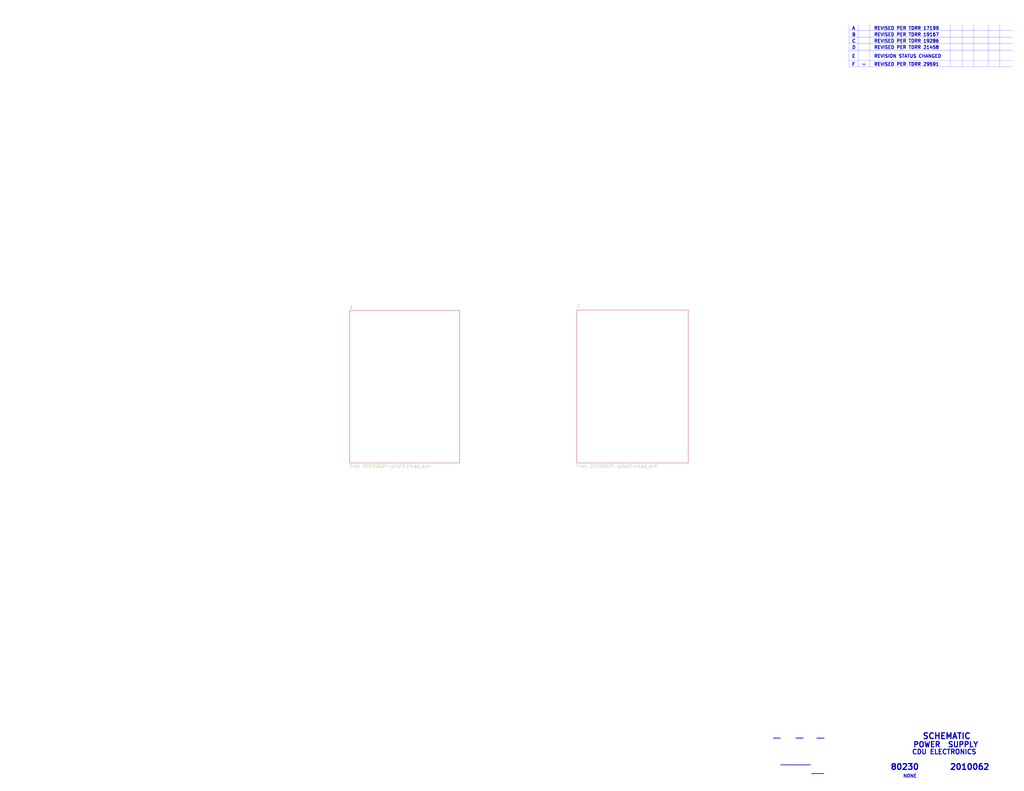
<source format=kicad_sch>
(kicad_sch (version 20211123) (generator eeschema)
  (paper "E")
  (lib_symbols)
  (polyline (pts (xy 1062.609 27.178) (xy 1062.609 72.898)) (stroke (width 0) (type solid) (color 0 0 255 1)))
  (polyline (pts (xy 926.719 54.991) (xy 1105.027 54.991)) (stroke (width 0) (type solid) (color 0 0 255 1)))
  (polyline (pts (xy 926.592 66.04) (xy 1104.9 66.04)) (stroke (width 0) (type solid) (color 0 0 255 1)))
  (polyline (pts (xy 1091.184 27.178) (xy 1091.184 72.898)) (stroke (width 0) (type solid) (color 0 0 255 1)))
  (polyline (pts (xy 1037.209 27.178) (xy 1037.209 72.898)) (stroke (width 0) (type solid) (color 0 0 255 1)))
  (polyline (pts (xy 926.592 40.767) (xy 1104.9 40.767)) (stroke (width 0) (type solid) (color 0 0 255 1)))
  (polyline (pts (xy 936.498 27.178) (xy 936.498 72.898)) (stroke (width 0) (type solid) (color 0 0 255 1)))
  (polyline (pts (xy 926.592 47.498) (xy 1104.9 47.498)) (stroke (width 0) (type solid) (color 0 0 255 1)))
  (polyline (pts (xy 926.592 27.178) (xy 926.592 72.898)) (stroke (width 0) (type solid) (color 0 0 255 1)))
  (polyline (pts (xy 1050.163 27.178) (xy 1050.163 72.898)) (stroke (width 0) (type solid) (color 0 0 255 1)))
  (polyline (pts (xy 949.198 27.178) (xy 949.198 72.898)) (stroke (width 0) (type solid) (color 0 0 255 1)))
  (polyline (pts (xy 926.592 72.898) (xy 1104.9 72.898)) (stroke (width 0) (type solid) (color 0 0 255 1)))
  (polyline (pts (xy 926.719 33.274) (xy 1105.027 33.274)) (stroke (width 0) (type solid) (color 0 0 255 1)))
  (polyline (pts (xy 1078.611 27.178) (xy 1078.611 72.898)) (stroke (width 0) (type solid) (color 0 0 255 1)))
  (text "80230" (at 971.55 841.375 0) (effects (font (size 6.35 6.35) (thickness 1.27) bold) (justify left bottom)))
  (text "_____" (at 885.19 845.185 0) (effects (font (size 3.556 3.556) (thickness 0.7112) bold) (justify left bottom)))
  (text "B" (at 929.64 40.005 0) (effects (font (size 3.556 3.556) (thickness 0.7112) bold) (justify left bottom)))
  (text "_" (at 941.07 70.485 0) (effects (font (size 3.556 3.556) (thickness 0.7112) bold) (justify left bottom)))
  (text "CDU ELECTRONICS" (at 995.045 824.23 0) (effects (font (size 5.08 5.08) (thickness 1.016) bold) (justify left bottom)))
  (text "D" (at 929.64 53.975 0) (effects (font (size 3.556 3.556) (thickness 0.7112) bold) (justify left bottom)))
  (text "____________" (at 851.535 835.66 0) (effects (font (size 3.556 3.556) (thickness 0.7112) bold) (justify left bottom)))
  (text "___" (at 843.28 806.45 0) (effects (font (size 3.556 3.556) (thickness 0.7112) bold) (justify left bottom)))
  (text "REVISED PER TDRR 19286" (at 953.77 46.99 0) (effects (font (size 3.556 3.556) (thickness 0.7112) bold) (justify left bottom)))
  (text "REVISED PER TDRR 19167" (at 953.77 40.005 0) (effects (font (size 3.556 3.556) (thickness 0.7112) bold) (justify left bottom)))
  (text "___" (at 868.045 806.45 0) (effects (font (size 3.556 3.556) (thickness 0.7112) bold) (justify left bottom)))
  (text "E" (at 929.64 63.5 0) (effects (font (size 3.556 3.556) (thickness 0.7112) bold) (justify left bottom)))
  (text "A" (at 929.64 33.02 0) (effects (font (size 3.556 3.556) (thickness 0.7112) bold) (justify left bottom)))
  (text "POWER  SUPPLY" (at 996.315 816.61 0) (effects (font (size 5.715 5.715) (thickness 1.143) bold) (justify left bottom)))
  (text "REVISION STATUS CHANGED" (at 953.77 63.5 0) (effects (font (size 3.556 3.556) (thickness 0.7112) bold) (justify left bottom)))
  (text "REVISED PER TDRR 17199" (at 953.77 33.02 0) (effects (font (size 3.556 3.556) (thickness 0.7112) bold) (justify left bottom)))
  (text "___" (at 890.905 806.45 0) (effects (font (size 3.556 3.556) (thickness 0.7112) bold) (justify left bottom)))
  (text "2010062" (at 1036.32 841.375 0) (effects (font (size 6.35 6.35) (thickness 1.27) bold) (justify left bottom)))
  (text "SCHEMATIC" (at 1006.475 807.72 0) (effects (font (size 6.35 6.35) (thickness 1.27) bold) (justify left bottom)))
  (text "C" (at 929.64 46.99 0) (effects (font (size 3.556 3.556) (thickness 0.7112) bold) (justify left bottom)))
  (text "REVISED PER TDRR 29591" (at 953.77 72.39 0) (effects (font (size 3.556 3.556) (thickness 0.7112) bold) (justify left bottom)))
  (text "F" (at 929.64 72.39 0) (effects (font (size 3.556 3.556) (thickness 0.7112) bold) (justify left bottom)))
  (text "NONE" (at 985.52 849.63 0) (effects (font (size 3.556 3.556) (thickness 0.7112) bold) (justify left bottom)))
  (text "REVISED PER TDRR 21458" (at 953.77 53.975 0) (effects (font (size 3.556 3.556) (thickness 0.7112) bold) (justify left bottom)))
  (sheet (at 381.635 339.09) (size 120.015 166.37)
    (property "Sheet name" "1" (at 381.635 337.2354 0) (effects (font (size 3.556 3.556)) (justify left bottom)))
    (property "Sheet file" "2010062F-p1of2.kicad_sch" (at 381.635 506.959 0) (effects (font (size 3.556 3.556)) (justify left top)))
  )
  (sheet (at 629.285 338.455) (size 121.92 167.005)
    (property "Sheet name" "2" (at 629.285 336.6004 0) (effects (font (size 3.556 3.556)) (justify left bottom)))
    (property "Sheet file" "2010062F-p2of2.kicad_sch" (at 629.285 506.959 0) (effects (font (size 3.556 3.556)) (justify left top)))
  )
)
</source>
